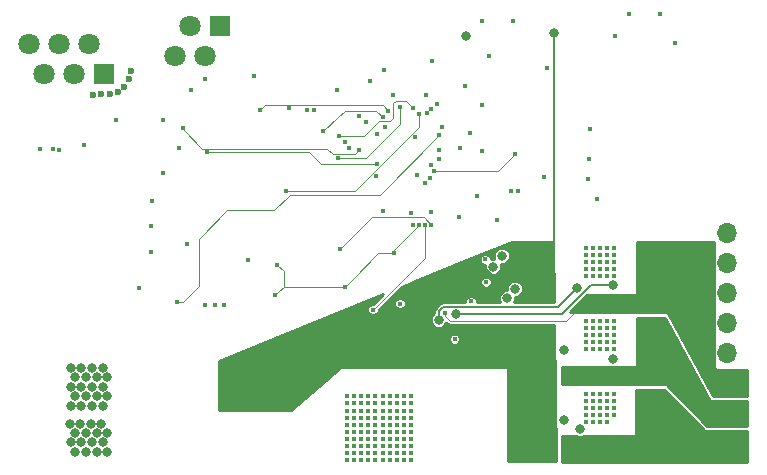
<source format=gbr>
G04 #@! TF.GenerationSoftware,KiCad,Pcbnew,5.0.2-bee76a0~70~ubuntu18.04.1*
G04 #@! TF.CreationDate,2019-12-16T16:01:37+01:00*
G04 #@! TF.ProjectId,board,626f6172-642e-46b6-9963-61645f706362,rev?*
G04 #@! TF.SameCoordinates,Original*
G04 #@! TF.FileFunction,Copper,L2,Inr*
G04 #@! TF.FilePolarity,Positive*
%FSLAX46Y46*%
G04 Gerber Fmt 4.6, Leading zero omitted, Abs format (unit mm)*
G04 Created by KiCad (PCBNEW 5.0.2-bee76a0~70~ubuntu18.04.1) date Mo 16 Dez 2019 16:01:37 CET*
%MOMM*%
%LPD*%
G01*
G04 APERTURE LIST*
G04 #@! TA.AperFunction,ViaPad*
%ADD10O,1.700000X1.700000*%
G04 #@! TD*
G04 #@! TA.AperFunction,ViaPad*
%ADD11R,1.700000X1.700000*%
G04 #@! TD*
G04 #@! TA.AperFunction,ViaPad*
%ADD12C,1.800000*%
G04 #@! TD*
G04 #@! TA.AperFunction,ViaPad*
%ADD13R,1.800000X1.800000*%
G04 #@! TD*
G04 #@! TA.AperFunction,ViaPad*
%ADD14C,0.400000*%
G04 #@! TD*
G04 #@! TA.AperFunction,ViaPad*
%ADD15C,0.800000*%
G04 #@! TD*
G04 #@! TA.AperFunction,ViaPad*
%ADD16C,0.600000*%
G04 #@! TD*
G04 #@! TA.AperFunction,Conductor*
%ADD17C,0.177800*%
G04 #@! TD*
G04 #@! TA.AperFunction,Conductor*
%ADD18C,0.101600*%
G04 #@! TD*
G04 #@! TA.AperFunction,Conductor*
%ADD19C,0.152400*%
G04 #@! TD*
G04 #@! TA.AperFunction,Conductor*
%ADD20C,0.254000*%
G04 #@! TD*
G04 APERTURE END LIST*
D10*
G04 #@! TO.N,/HALL3*
G04 #@! TO.C,J2*
X156000000Y-119329200D03*
G04 #@! TO.N,/HALL2*
X156000000Y-121869200D03*
G04 #@! TO.N,/HALL1*
X156000000Y-124409200D03*
G04 #@! TO.N,GND*
X156000000Y-126949200D03*
G04 #@! TO.N,+3V3*
X156000000Y-129489200D03*
G04 #@! TO.N,/PH1*
X156000000Y-132029200D03*
G04 #@! TO.N,/PH2*
X156000000Y-134569200D03*
D11*
G04 #@! TO.N,/PH3*
X156000000Y-137109200D03*
G04 #@! TD*
D12*
G04 #@! TO.N,N/C*
G04 #@! TO.C,J5*
X96860000Y-103390000D03*
G04 #@! TO.N,SHIELD*
X98130000Y-105930000D03*
D13*
G04 #@! TO.N,/l_TX*
X103210000Y-105930000D03*
D12*
G04 #@! TO.N,/h_TX*
X101940000Y-103390000D03*
G04 #@! TO.N,/l_RX*
X100670000Y-105930000D03*
G04 #@! TO.N,/h_RX*
X99400000Y-103390000D03*
G04 #@! TD*
D13*
G04 #@! TO.N,/SDA*
G04 #@! TO.C,J9*
X113005000Y-101860000D03*
D12*
G04 #@! TO.N,/SCL*
X111735000Y-104400000D03*
G04 #@! TO.N,+3V3*
X110465000Y-101860000D03*
G04 #@! TO.N,GND*
X109195000Y-104400000D03*
G04 #@! TD*
D14*
G04 #@! TO.N,GND*
X126800000Y-136800000D03*
X128000000Y-136800000D03*
X124400000Y-137400000D03*
X128000000Y-136200000D03*
X126200000Y-136200000D03*
X125000000Y-136200000D03*
X124400000Y-136800000D03*
X128000000Y-137400000D03*
X128600000Y-137400000D03*
X126200000Y-136800000D03*
X125010000Y-135610000D03*
X128600000Y-136800000D03*
X124400000Y-136200000D03*
X127400000Y-136800000D03*
X125600000Y-135600000D03*
X126800000Y-137400000D03*
X125000000Y-136800000D03*
X129200000Y-135600000D03*
X126800000Y-135600000D03*
X126200000Y-137400000D03*
X123800000Y-137400000D03*
X128000000Y-135600000D03*
X128600000Y-135600000D03*
X123800000Y-135600000D03*
X128600000Y-136200000D03*
X126200000Y-135600000D03*
X127410000Y-135610000D03*
X127400000Y-136200000D03*
X129200000Y-136800000D03*
X123800000Y-136800000D03*
X125600000Y-137400000D03*
X125600000Y-136200000D03*
X123800000Y-136200000D03*
X125000000Y-137400000D03*
X127400000Y-137400000D03*
X125600000Y-136800000D03*
X124400000Y-135600000D03*
X126800000Y-136200000D03*
X129200000Y-137400000D03*
X129200000Y-136200000D03*
X129200000Y-138600000D03*
X128600000Y-138000000D03*
X123800000Y-138600000D03*
X124400000Y-138000000D03*
X126800000Y-138000000D03*
X125600000Y-138000000D03*
X128000000Y-138600000D03*
X123800000Y-138000000D03*
X126200000Y-138600000D03*
X126800000Y-138600000D03*
X128600000Y-138600000D03*
X125600000Y-138600000D03*
X125000000Y-138600000D03*
X126200000Y-138000000D03*
X128000000Y-138000000D03*
X125000000Y-138000000D03*
X127400000Y-138600000D03*
X129200000Y-138000000D03*
X127400000Y-138000000D03*
X124400000Y-138600000D03*
X126800000Y-134400000D03*
X128000000Y-134400000D03*
X124400000Y-135000000D03*
X128000000Y-133800000D03*
X126200000Y-133800000D03*
X125000000Y-133800000D03*
X124400000Y-134400000D03*
X128000000Y-135000000D03*
X128600000Y-135000000D03*
X126200000Y-134400000D03*
X125010000Y-133210000D03*
X128600000Y-134400000D03*
X124400000Y-133800000D03*
X127400000Y-134400000D03*
X125600000Y-133200000D03*
X126800000Y-135000000D03*
X125000000Y-134400000D03*
X129200000Y-133200000D03*
X126800000Y-133200000D03*
X126200000Y-135000000D03*
X123800000Y-135000000D03*
X128000000Y-133200000D03*
X128600000Y-133200000D03*
X123800000Y-133200000D03*
X128600000Y-133800000D03*
X126200000Y-133200000D03*
X127410000Y-133210000D03*
X127400000Y-133800000D03*
X129200000Y-134400000D03*
X123800000Y-134400000D03*
X125600000Y-135000000D03*
X125600000Y-133800000D03*
X123800000Y-133800000D03*
X125000000Y-135000000D03*
X127400000Y-135000000D03*
X125600000Y-134400000D03*
X124400000Y-133200000D03*
X126800000Y-133800000D03*
X129200000Y-135000000D03*
X129200000Y-133800000D03*
G04 #@! TO.N,+36V*
X129100000Y-127200000D03*
X128500000Y-127800000D03*
X124910000Y-127210000D03*
X126700000Y-127800000D03*
X129100000Y-129000000D03*
X129100000Y-127800000D03*
X128500000Y-127200000D03*
X124900000Y-129000000D03*
X126700000Y-128400000D03*
X126100000Y-127200000D03*
X126100000Y-129000000D03*
X124300000Y-127800000D03*
X126100000Y-128400000D03*
X126700000Y-127200000D03*
X123700000Y-127800000D03*
X126100000Y-127800000D03*
X127900000Y-127200000D03*
X124900000Y-127800000D03*
X127310000Y-127210000D03*
X124300000Y-128400000D03*
X127900000Y-129000000D03*
X127300000Y-127800000D03*
X123700000Y-128400000D03*
X125500000Y-129000000D03*
X125500000Y-127200000D03*
X123700000Y-127200000D03*
X124300000Y-129000000D03*
X127900000Y-127800000D03*
X127300000Y-129000000D03*
X125500000Y-128400000D03*
X128500000Y-128400000D03*
X128500000Y-129000000D03*
X123700000Y-129000000D03*
X124900000Y-128400000D03*
X129100000Y-128400000D03*
X127300000Y-128400000D03*
X127900000Y-128400000D03*
X125500000Y-127800000D03*
X126700000Y-129000000D03*
X124300000Y-127200000D03*
G04 #@! TO.N,/PH2*
X149600000Y-132000000D03*
X150200000Y-130800000D03*
X149600000Y-130800000D03*
X150200000Y-132000000D03*
X149600000Y-131400000D03*
X150200000Y-131400000D03*
X152600000Y-132000000D03*
X152600000Y-131400000D03*
X152000000Y-132000000D03*
X152000000Y-131400000D03*
X152600000Y-130800000D03*
X152000000Y-130800000D03*
X150800000Y-132000000D03*
X151400000Y-130800000D03*
X150800000Y-130800000D03*
X151400000Y-132000000D03*
X150800000Y-131400000D03*
X151400000Y-131400000D03*
X152000000Y-130200000D03*
X152000000Y-129600000D03*
X151400000Y-129000000D03*
X151400000Y-129600000D03*
X151400000Y-130200000D03*
X152600000Y-133200000D03*
X153200000Y-133200000D03*
X152600000Y-132600000D03*
X153200000Y-132600000D03*
X153200000Y-132000000D03*
X152000000Y-132600000D03*
X153800000Y-134400000D03*
X153200000Y-134400000D03*
X153800000Y-133800000D03*
X153200000Y-133800000D03*
X153800000Y-133200000D03*
G04 #@! TO.N,/PH3*
X149100000Y-137900000D03*
X150300000Y-137900000D03*
X149100000Y-138500000D03*
X148500000Y-137300000D03*
X149700000Y-138500000D03*
X149700000Y-137300000D03*
X150900000Y-137300000D03*
X151500000Y-138500000D03*
X149100000Y-136700000D03*
X149710000Y-136710000D03*
X151500000Y-137300000D03*
X148500000Y-138500000D03*
X149700000Y-137900000D03*
X148500000Y-137900000D03*
X150300000Y-138500000D03*
X151500000Y-137900000D03*
X150900000Y-136700000D03*
X150900000Y-137900000D03*
X151500000Y-136700000D03*
X150900000Y-138500000D03*
X149100000Y-137300000D03*
X150300000Y-136700000D03*
X148500000Y-136700000D03*
X150300000Y-137300000D03*
X152110000Y-136710000D03*
X153900000Y-137300000D03*
X152100000Y-138500000D03*
X153900000Y-137900000D03*
X153300000Y-136700000D03*
X153300000Y-138500000D03*
X153300000Y-137900000D03*
X153900000Y-136700000D03*
X153300000Y-137300000D03*
X152100000Y-137300000D03*
X152700000Y-138500000D03*
X152700000Y-136700000D03*
X152700000Y-137900000D03*
X152100000Y-137900000D03*
X152700000Y-137300000D03*
X153900000Y-138500000D03*
X153300000Y-136100000D03*
X151500000Y-136100000D03*
X151500000Y-135500000D03*
X152700000Y-135500000D03*
X152110000Y-135510000D03*
X152100000Y-136100000D03*
X152700000Y-136100000D03*
X151500000Y-134900000D03*
X152110000Y-134910000D03*
X151500000Y-134300000D03*
G04 #@! TO.N,/PH1*
X149100000Y-124700000D03*
X149700000Y-125900000D03*
X149700000Y-124700000D03*
X149100000Y-125900000D03*
X149100000Y-125300000D03*
X149700000Y-125300000D03*
X150300000Y-125300000D03*
X150300000Y-125900000D03*
X150300000Y-124700000D03*
X151000000Y-124700000D03*
X151600000Y-125900000D03*
X151600000Y-124700000D03*
X151000000Y-125900000D03*
X151000000Y-125300000D03*
X151600000Y-125300000D03*
X152200000Y-125300000D03*
X152200000Y-125900000D03*
X152200000Y-124700000D03*
X151600000Y-122900000D03*
X152200000Y-124100000D03*
X152200000Y-122900000D03*
X151600000Y-124100000D03*
X151600000Y-123500000D03*
X152200000Y-123500000D03*
X152800000Y-123500000D03*
X152800000Y-124100000D03*
X152800000Y-122900000D03*
X152200000Y-126500000D03*
X152800000Y-127700000D03*
X152800000Y-126500000D03*
X152200000Y-127700000D03*
X152200000Y-127100000D03*
X152800000Y-127100000D03*
X153400000Y-127100000D03*
X153400000Y-127700000D03*
X153400000Y-126500000D03*
X152800000Y-124700000D03*
X153400000Y-125900000D03*
X153400000Y-124700000D03*
X152800000Y-125900000D03*
X152800000Y-125300000D03*
X153400000Y-125300000D03*
X154000000Y-125300000D03*
X154000000Y-125900000D03*
X154000000Y-124700000D03*
X151600000Y-121100000D03*
X152200000Y-121700000D03*
X152200000Y-122300000D03*
X152200000Y-121100000D03*
X151600000Y-122300000D03*
X152800000Y-122300000D03*
X152800000Y-121100000D03*
X151600000Y-121700000D03*
X152800000Y-121700000D03*
X153400000Y-122900000D03*
X154000000Y-124100000D03*
X153400000Y-124100000D03*
X153400000Y-123500000D03*
X153400000Y-121100000D03*
X153400000Y-122300000D03*
X153400000Y-121700000D03*
X154000000Y-126500000D03*
X154000000Y-127700000D03*
X154000000Y-127100000D03*
X151600000Y-126500000D03*
X152800000Y-128300000D03*
X153400000Y-128300000D03*
X154000000Y-128300000D03*
X152800000Y-128900000D03*
X153400000Y-128900000D03*
X154000000Y-128900000D03*
X154000000Y-129500000D03*
X153400000Y-129500000D03*
X154000000Y-130100000D03*
X153400000Y-130100000D03*
X154000000Y-130700000D03*
X154000000Y-131300000D03*
G04 #@! TO.N,/PH2*
X143600000Y-132000000D03*
X143600000Y-131400000D03*
X148400000Y-130800000D03*
X148400000Y-132000000D03*
X149000000Y-130800000D03*
X143600000Y-130800000D03*
X149000000Y-132000000D03*
X148400000Y-131400000D03*
X149000000Y-131400000D03*
G04 #@! TO.N,/PH1*
X144310000Y-124710000D03*
X144900000Y-125900000D03*
X144900000Y-125300000D03*
X145500000Y-124700000D03*
X144300000Y-125900000D03*
X144300000Y-125300000D03*
X145500000Y-125900000D03*
X146100000Y-124700000D03*
X144900000Y-124700000D03*
X146100000Y-125900000D03*
X145500000Y-125300000D03*
X146100000Y-125300000D03*
X146710000Y-124710000D03*
X147300000Y-125900000D03*
X147300000Y-125300000D03*
X147900000Y-124700000D03*
X146700000Y-125900000D03*
X146700000Y-125300000D03*
X147900000Y-125900000D03*
X148500000Y-124700000D03*
X147300000Y-124700000D03*
X148500000Y-125900000D03*
X147900000Y-125300000D03*
X148500000Y-125300000D03*
G04 #@! TO.N,/PH3*
X143610000Y-136710000D03*
X144200000Y-137900000D03*
X144200000Y-137300000D03*
X144800000Y-136700000D03*
X143600000Y-137900000D03*
X143600000Y-137300000D03*
X144800000Y-137900000D03*
X145400000Y-136700000D03*
X144200000Y-136700000D03*
X145400000Y-137900000D03*
X144800000Y-137300000D03*
X145400000Y-137300000D03*
X143600000Y-138500000D03*
X145400000Y-138500000D03*
X144800000Y-138500000D03*
X144200000Y-138500000D03*
X146000000Y-137900000D03*
X147800000Y-137900000D03*
X147800000Y-138500000D03*
X147200000Y-137300000D03*
X147800000Y-136700000D03*
X146600000Y-136700000D03*
X146010000Y-136710000D03*
X147200000Y-138500000D03*
X146000000Y-137300000D03*
X147200000Y-137900000D03*
X146000000Y-138500000D03*
X146600000Y-138500000D03*
X146600000Y-137300000D03*
X147800000Y-137300000D03*
X147200000Y-136700000D03*
X146600000Y-137900000D03*
G04 #@! TO.N,GND*
X146400000Y-127400000D03*
X144600000Y-127400000D03*
X144600000Y-128600000D03*
X144600000Y-128000000D03*
X146400000Y-129200000D03*
X145800000Y-129200000D03*
X145200000Y-126800000D03*
X145800000Y-126800000D03*
X145800000Y-128000000D03*
X145200000Y-129200000D03*
X145200000Y-127400000D03*
X144600000Y-126800000D03*
X145800000Y-127400000D03*
X145800000Y-128600000D03*
X145200000Y-128600000D03*
X145200000Y-128000000D03*
X146400000Y-126800000D03*
X146400000Y-128000000D03*
X144600000Y-129200000D03*
X146400000Y-128600000D03*
X146400000Y-133600000D03*
X144600000Y-133600000D03*
X144600000Y-134800000D03*
X144600000Y-134200000D03*
X145800000Y-135400000D03*
X145200000Y-133000000D03*
X145800000Y-133000000D03*
X145800000Y-134200000D03*
X145200000Y-135400000D03*
X145200000Y-133600000D03*
X144600000Y-133000000D03*
X145800000Y-133600000D03*
X145800000Y-134800000D03*
X145200000Y-134800000D03*
X145200000Y-134200000D03*
X146400000Y-133000000D03*
X146400000Y-134200000D03*
X144600000Y-135400000D03*
X146400000Y-134800000D03*
G04 #@! TO.N,/PH2*
X143100000Y-131400000D03*
X143100000Y-132000000D03*
G04 #@! TO.N,GND*
X144000000Y-128000000D03*
X144000000Y-129200000D03*
X144000000Y-126800000D03*
X144000000Y-128600000D03*
X144000000Y-127400000D03*
X144000000Y-121200000D03*
X144000000Y-122400000D03*
X144000000Y-121800000D03*
X144000000Y-120600000D03*
X144000000Y-123000000D03*
X144000000Y-134800000D03*
X144000000Y-133600000D03*
X144000000Y-135400000D03*
X144000000Y-133000000D03*
X144000000Y-134200000D03*
X146400000Y-121200000D03*
X146400000Y-121800000D03*
X146400000Y-122400000D03*
X146400000Y-123000000D03*
X145800000Y-123000000D03*
X145800000Y-122400000D03*
X145800000Y-121800000D03*
X145800000Y-121200000D03*
X145800000Y-120600000D03*
X145200000Y-120600000D03*
X145200000Y-121200000D03*
X145200000Y-121800000D03*
X145200000Y-122400000D03*
X145200000Y-123000000D03*
X144600000Y-123000000D03*
X144600000Y-120600000D03*
X144600000Y-121800000D03*
X144600000Y-121200000D03*
X144600000Y-122400000D03*
D15*
G04 #@! TO.N,+36V*
X141300000Y-102400000D03*
X141000000Y-120600000D03*
D14*
G04 #@! TO.N,Net-(C5-Pad2)*
X129890000Y-118690000D03*
X127748000Y-121100000D03*
G04 #@! TO.N,+3V3*
X133750000Y-106885000D03*
X134800000Y-116195000D03*
X127700000Y-107700000D03*
X130500000Y-107700000D03*
X111740000Y-106360000D03*
X115880000Y-106040000D03*
X125700000Y-106510000D03*
X136500000Y-118300000D03*
X129200000Y-117700000D03*
X133300000Y-118000000D03*
X104200000Y-109800000D03*
X108200000Y-109800000D03*
X147700000Y-100800000D03*
X126250000Y-114570000D03*
G04 #@! TO.N,Net-(DRV8323H1-Pad27)*
X130380000Y-118690000D03*
G04 #@! TO.N,Net-(C5-Pad2)*
X117700000Y-124650000D03*
G04 #@! TO.N,GND*
X129390000Y-118670000D03*
D15*
G04 #@! TO.N,/mosfet_bridges/GHA*
X131550000Y-126710000D03*
X143300000Y-124000000D03*
G04 #@! TO.N,/mosfet_bridges/GLA*
X133060000Y-126250000D03*
X146300000Y-123800000D03*
G04 #@! TO.N,/mosfet_bridges/GLB*
X137300000Y-124900000D03*
X146300000Y-130000000D03*
G04 #@! TO.N,/mosfet_bridges/GHB*
X142200000Y-129300000D03*
X138000000Y-124100000D03*
G04 #@! TO.N,/mosfet_bridges/GHC*
X136180000Y-122220000D03*
X142130025Y-135169975D03*
G04 #@! TO.N,/mosfet_bridges/GLC*
X136900000Y-121300000D03*
X143494805Y-135966469D03*
G04 #@! TO.N,GND*
X100300000Y-135500000D03*
X101200000Y-135500000D03*
X102100000Y-135500000D03*
X103000000Y-135500000D03*
X100800000Y-136300000D03*
X101700000Y-136300000D03*
X102600000Y-136300000D03*
X103500000Y-136300000D03*
X100400000Y-137100000D03*
X101300000Y-137100000D03*
X102200000Y-137100000D03*
X103100000Y-137100000D03*
X100800000Y-137900000D03*
X101700000Y-137900000D03*
X102600000Y-137900000D03*
X103500000Y-137900000D03*
D14*
X146400000Y-120600000D03*
X129530000Y-111270000D03*
D15*
X133860000Y-102690000D03*
D14*
X126300000Y-111000000D03*
X135200000Y-108500000D03*
X134200000Y-110900000D03*
X135200000Y-112400000D03*
X124800000Y-109500000D03*
X140700000Y-105400000D03*
X134300000Y-125167399D03*
X132900000Y-128360000D03*
X128290000Y-125350000D03*
X145000000Y-116500000D03*
X126800000Y-117500000D03*
G04 #@! TO.N,/HALL2*
X131610000Y-112370000D03*
G04 #@! TO.N,/HALL1*
X131610000Y-113110000D03*
G04 #@! TO.N,/HALL3*
X133330000Y-112160000D03*
G04 #@! TO.N,+5V*
X107200000Y-118800000D03*
X107200000Y-120975000D03*
X144300000Y-113100000D03*
X144400000Y-110600000D03*
X144200000Y-114800000D03*
X140500000Y-114600000D03*
X135800000Y-104400000D03*
X151600000Y-103300000D03*
X122960000Y-107250000D03*
X106180000Y-124020000D03*
X107300000Y-116680000D03*
X146500000Y-102700000D03*
G04 #@! TO.N,/PH1*
X132070000Y-126100000D03*
X143110000Y-126060000D03*
G04 #@! TO.N,/PH2*
X135548036Y-123532076D03*
X143110000Y-130810000D03*
G04 #@! TO.N,/PH3*
X135500000Y-121608700D03*
X143040000Y-138210000D03*
D16*
G04 #@! TO.N,SHIELD*
X102950000Y-107640000D03*
X102270000Y-107670000D03*
X103690000Y-107560000D03*
X104390000Y-107420000D03*
X104940000Y-106980000D03*
X105300000Y-106350000D03*
X105500000Y-105660000D03*
D14*
G04 #@! TO.N,/NEOPXL*
X131560000Y-111110000D03*
X109370000Y-125170000D03*
G04 #@! TO.N,/Encoder1_A*
X115450000Y-121670000D03*
X138270000Y-115830000D03*
G04 #@! TO.N,/Encoder1_B*
X110250000Y-120330000D03*
X137660000Y-115820000D03*
G04 #@! TO.N,Net-(DRV8323H1-Pad26)*
X130910000Y-118670000D03*
G04 #@! TO.N,Net-(C5-Pad2)*
X123600000Y-123900000D03*
X117900000Y-122050000D03*
G04 #@! TO.N,Net-(DRV8323H1-Pad27)*
X126000000Y-125850000D03*
G04 #@! TO.N,GND*
X137812500Y-101400000D03*
X135200000Y-101400000D03*
G04 #@! TO.N,Net-(DRV8323H1-Pad26)*
X123200000Y-120750000D03*
G04 #@! TO.N,/term_te*
X101500000Y-111900000D03*
X108200000Y-114300000D03*
G04 #@! TO.N,/SDA*
X111950000Y-112540000D03*
X126300000Y-113500000D03*
G04 #@! TO.N,/SCL*
X124840000Y-112340000D03*
X109870000Y-110500000D03*
D15*
G04 #@! TO.N,Net-(D1-Pad2)*
X100800000Y-133200000D03*
X101700000Y-133200000D03*
X102600000Y-133200000D03*
X103500000Y-133200000D03*
X100400000Y-130800000D03*
X101300000Y-130800000D03*
X102200000Y-130800000D03*
X103100000Y-130800000D03*
X100800000Y-131600000D03*
X101700000Y-131600000D03*
X102600000Y-131600000D03*
X103500000Y-131600000D03*
X100400000Y-132400000D03*
X101300000Y-132400000D03*
X102200000Y-132400000D03*
X103100000Y-132400000D03*
X100400000Y-134000000D03*
X101300000Y-134000000D03*
X102200000Y-134000000D03*
X103100000Y-134000000D03*
D14*
G04 #@! TO.N,/DE*
X131450000Y-108470000D03*
X98860000Y-112270000D03*
G04 #@! TO.N,/WP*
X110600000Y-107300000D03*
X109600000Y-112200000D03*
G04 #@! TO.N,+1V2*
X126900000Y-105600000D03*
X131000000Y-104800000D03*
X131800000Y-110400000D03*
X125400000Y-110000000D03*
G04 #@! TO.N,USB_PU*
X130830000Y-114730000D03*
X118880000Y-108800000D03*
G04 #@! TO.N,USB_P*
X130410000Y-115150000D03*
X120440000Y-108990000D03*
G04 #@! TO.N,USB_N*
X129730000Y-114480000D03*
X121020000Y-108990000D03*
G04 #@! TO.N,82*
X129850000Y-109260000D03*
X118650000Y-115810000D03*
G04 #@! TO.N,109*
X127300000Y-109000000D03*
X116400000Y-108930000D03*
G04 #@! TO.N,/RX*
X97770000Y-112270000D03*
X130600000Y-109200000D03*
G04 #@! TO.N,/TX*
X130940000Y-108880000D03*
X99420000Y-112330000D03*
G04 #@! TO.N,/CS_MISO*
X113400000Y-125500000D03*
X124000000Y-112200000D03*
G04 #@! TO.N,/CS_CLK*
X126991736Y-110408264D03*
X112600000Y-125500000D03*
G04 #@! TO.N,/CS*
X123610000Y-111660000D03*
X111800000Y-125500000D03*
G04 #@! TO.N,/iCE40LP/SCK*
X126820000Y-109550000D03*
X121790000Y-110760000D03*
G04 #@! TO.N,/iCE40LP/SDO*
X123140000Y-111140000D03*
X129360000Y-108810000D03*
G04 #@! TO.N,/iCE40LP/SDI*
X128244780Y-108740000D03*
X123000000Y-113001600D03*
G04 #@! TO.N,/iCE40LP/LED*
X131120000Y-114090000D03*
X150300000Y-100800000D03*
X138000000Y-112700000D03*
G04 #@! TO.N,/nFault*
X130910000Y-113650000D03*
X130900000Y-117600000D03*
G04 #@! TD*
D17*
G04 #@! TO.N,+36V*
X141300000Y-102400000D02*
X141300000Y-120300000D01*
X141300000Y-120300000D02*
X141000000Y-120600000D01*
D18*
G04 #@! TO.N,Net-(C5-Pad2)*
X127748000Y-120832000D02*
X127748000Y-121100000D01*
X129890000Y-118690000D02*
X127748000Y-120832000D01*
D17*
G04 #@! TO.N,/mosfet_bridges/GHA*
X141691301Y-125608699D02*
X143300000Y-124000000D01*
X131908175Y-125608699D02*
X141691301Y-125608699D01*
X131550000Y-126710000D02*
X131550000Y-125966874D01*
X131550000Y-125966874D02*
X131908175Y-125608699D01*
G04 #@! TO.N,/mosfet_bridges/GLA*
X133060000Y-126250000D02*
X142000000Y-126250000D01*
X144450000Y-123800000D02*
X146300000Y-123800000D01*
X142000000Y-126250000D02*
X144450000Y-123800000D01*
G04 #@! TO.N,/mosfet_bridges/GHB*
X142200000Y-129190000D02*
X142200000Y-129300000D01*
D18*
G04 #@! TO.N,/PH1*
X132070000Y-126100000D02*
X132070000Y-126382842D01*
X132070000Y-126382842D02*
X132540359Y-126853201D01*
X142316799Y-126853201D02*
X143110000Y-126060000D01*
X141976799Y-126853201D02*
X142316799Y-126853201D01*
X132540359Y-126853201D02*
X141976799Y-126853201D01*
G04 #@! TO.N,/NEOPXL*
X131560000Y-111110000D02*
X126560000Y-116110000D01*
X126560000Y-116110000D02*
X118950000Y-116110000D01*
X109890000Y-125170000D02*
X109370000Y-125170000D01*
X118950000Y-116110000D02*
X117620000Y-117440000D01*
X117620000Y-117440000D02*
X113630000Y-117440000D01*
X111230000Y-119840000D02*
X111230000Y-123840000D01*
X113630000Y-117440000D02*
X111230000Y-119840000D01*
X111230000Y-123840000D02*
X109890000Y-125170000D01*
G04 #@! TO.N,Net-(C5-Pad2)*
X118450000Y-123900000D02*
X118050000Y-124300000D01*
X123600000Y-123900000D02*
X118450000Y-123900000D01*
X118050000Y-124300000D02*
X117700000Y-124650000D01*
X124192000Y-123308000D02*
X123600000Y-123900000D01*
X126400000Y-121100000D02*
X124192000Y-123308000D01*
X127748000Y-121100000D02*
X126400000Y-121100000D01*
X118450000Y-123900000D02*
X118450000Y-122600000D01*
X118450000Y-122600000D02*
X117900000Y-122050000D01*
G04 #@! TO.N,Net-(DRV8323H1-Pad27)*
X130380000Y-118690000D02*
X130380000Y-121470000D01*
X130380000Y-121470000D02*
X126000000Y-125850000D01*
G04 #@! TO.N,Net-(DRV8323H1-Pad26)*
X130910000Y-118670000D02*
X130455990Y-118215990D01*
X130292000Y-118052000D02*
X130034000Y-118052000D01*
X130910000Y-118670000D02*
X130292000Y-118052000D01*
X125898000Y-118052000D02*
X123200000Y-120750000D01*
X127800000Y-118052000D02*
X125898000Y-118052000D01*
X127800000Y-118052000D02*
X130034000Y-118052000D01*
G04 #@! TO.N,/SDA*
X121560000Y-113500000D02*
X120600000Y-112540000D01*
X120600000Y-112540000D02*
X111950000Y-112540000D01*
X125900000Y-113500000D02*
X126300000Y-113500000D01*
X125900000Y-113500000D02*
X121560000Y-113500000D01*
G04 #@! TO.N,/SCL*
X109870000Y-110556798D02*
X109870000Y-110500000D01*
X111531601Y-112218399D02*
X109870000Y-110556798D01*
X122118399Y-112218399D02*
X111531601Y-112218399D01*
X122600000Y-112700000D02*
X122118399Y-112218399D01*
X124480000Y-112700000D02*
X122600000Y-112700000D01*
X124840000Y-112340000D02*
X124480000Y-112700000D01*
D19*
G04 #@! TO.N,USB_P*
X130334315Y-115150000D02*
X130410000Y-115150000D01*
D18*
G04 #@! TO.N,82*
X124436370Y-115810000D02*
X118650000Y-115810000D01*
X129850000Y-109260000D02*
X129850000Y-110396370D01*
X129850000Y-110396370D02*
X124436370Y-115810000D01*
G04 #@! TO.N,109*
X126798399Y-108498399D02*
X127300000Y-109000000D01*
X126398399Y-108498399D02*
X126798399Y-108498399D01*
X126398399Y-108498399D02*
X118108399Y-108498399D01*
X126588399Y-108498399D02*
X126398399Y-108498399D01*
X116831601Y-108498399D02*
X116400000Y-108930000D01*
X118108399Y-108498399D02*
X116831601Y-108498399D01*
G04 #@! TO.N,/iCE40LP/SCK*
X123000000Y-109550000D02*
X121790000Y-110760000D01*
X123000000Y-109550000D02*
X123050000Y-109550000D01*
X123050000Y-109550000D02*
X123600000Y-109000000D01*
X126270000Y-109000000D02*
X126820000Y-109550000D01*
X123600000Y-109000000D02*
X126270000Y-109000000D01*
G04 #@! TO.N,/iCE40LP/SDO*
X128800000Y-108200000D02*
X129190001Y-108590001D01*
X127900000Y-108200000D02*
X128800000Y-108200000D01*
X123140000Y-111140000D02*
X125260000Y-111140000D01*
X125260000Y-111140000D02*
X126500000Y-109900000D01*
X126500000Y-109900000D02*
X127400000Y-109900000D01*
X127400000Y-109900000D02*
X127700000Y-109600000D01*
X127700000Y-109600000D02*
X127700000Y-108400000D01*
X127700000Y-108400000D02*
X127900000Y-108200000D01*
X129360000Y-108760000D02*
X129190001Y-108590001D01*
X129360000Y-108810000D02*
X129360000Y-108760000D01*
G04 #@! TO.N,/iCE40LP/SDI*
X128240000Y-110160000D02*
X125360000Y-113040000D01*
X128240000Y-109027622D02*
X128240000Y-110160000D01*
X128244780Y-108740000D02*
X128244780Y-109022842D01*
X128244780Y-109022842D02*
X128240000Y-109027622D01*
X123038400Y-113040000D02*
X123000000Y-113001600D01*
X123060000Y-113040000D02*
X123038400Y-113040000D01*
X125360000Y-113040000D02*
X123060000Y-113040000D01*
G04 #@! TO.N,/iCE40LP/LED*
X131120000Y-114090000D02*
X136610000Y-114090000D01*
X137700000Y-113000000D02*
X138000000Y-112700000D01*
X136610000Y-114090000D02*
X137700000Y-113000000D01*
G04 #@! TD*
D20*
G04 #@! TO.N,+36V*
G36*
X141328742Y-125240399D02*
X137894379Y-125240399D01*
X137979400Y-125035141D01*
X137979400Y-124779400D01*
X138135141Y-124779400D01*
X138384849Y-124675967D01*
X138575967Y-124484849D01*
X138679400Y-124235141D01*
X138679400Y-123964859D01*
X138575967Y-123715151D01*
X138384849Y-123524033D01*
X138135141Y-123420600D01*
X137864859Y-123420600D01*
X137615151Y-123524033D01*
X137424033Y-123715151D01*
X137320600Y-123964859D01*
X137320600Y-124220600D01*
X137164859Y-124220600D01*
X136915151Y-124324033D01*
X136724033Y-124515151D01*
X136620600Y-124764859D01*
X136620600Y-125035141D01*
X136705621Y-125240399D01*
X134779400Y-125240399D01*
X134779400Y-125072040D01*
X134706416Y-124895841D01*
X134571558Y-124760983D01*
X134395359Y-124687999D01*
X134204641Y-124687999D01*
X134028442Y-124760983D01*
X133893584Y-124895841D01*
X133820600Y-125072040D01*
X133820600Y-125240399D01*
X131944443Y-125240399D01*
X131908175Y-125233185D01*
X131871907Y-125240399D01*
X131871902Y-125240399D01*
X131764472Y-125261768D01*
X131729929Y-125284849D01*
X131673396Y-125322623D01*
X131673395Y-125322624D01*
X131642646Y-125343170D01*
X131622100Y-125373919D01*
X131315220Y-125680799D01*
X131284472Y-125701345D01*
X131263926Y-125732094D01*
X131263924Y-125732096D01*
X131203070Y-125823171D01*
X131174486Y-125966874D01*
X131181701Y-126003146D01*
X131181701Y-126127178D01*
X131165151Y-126134033D01*
X130974033Y-126325151D01*
X130870600Y-126574859D01*
X130870600Y-126845141D01*
X130974033Y-127094849D01*
X131165151Y-127285967D01*
X131414859Y-127389400D01*
X131685141Y-127389400D01*
X131934849Y-127285967D01*
X132125967Y-127094849D01*
X132181343Y-126961159D01*
X132283876Y-127063692D01*
X132302298Y-127091262D01*
X132329867Y-127109683D01*
X132329868Y-127109684D01*
X132411521Y-127164243D01*
X132540358Y-127189870D01*
X132572880Y-127183401D01*
X141349412Y-127183401D01*
X141471642Y-138673000D01*
X137427000Y-138673000D01*
X137427000Y-130800000D01*
X137417333Y-130751399D01*
X137389803Y-130710197D01*
X137348601Y-130682667D01*
X137300000Y-130673000D01*
X123400000Y-130673000D01*
X123351399Y-130682667D01*
X123317165Y-130703733D01*
X119052882Y-134373000D01*
X112927000Y-134373000D01*
X112927000Y-130185536D01*
X117662671Y-128264641D01*
X132420600Y-128264641D01*
X132420600Y-128455359D01*
X132493584Y-128631558D01*
X132628442Y-128766416D01*
X132804641Y-128839400D01*
X132995359Y-128839400D01*
X133171558Y-128766416D01*
X133306416Y-128631558D01*
X133379400Y-128455359D01*
X133379400Y-128264641D01*
X133306416Y-128088442D01*
X133171558Y-127953584D01*
X132995359Y-127880600D01*
X132804641Y-127880600D01*
X132628442Y-127953584D01*
X132493584Y-128088442D01*
X132420600Y-128264641D01*
X117662671Y-128264641D01*
X126841543Y-124541484D01*
X126012427Y-125370600D01*
X125904641Y-125370600D01*
X125728442Y-125443584D01*
X125593584Y-125578442D01*
X125520600Y-125754641D01*
X125520600Y-125945359D01*
X125593584Y-126121558D01*
X125728442Y-126256416D01*
X125904641Y-126329400D01*
X126095359Y-126329400D01*
X126271558Y-126256416D01*
X126406416Y-126121558D01*
X126479400Y-125945359D01*
X126479400Y-125837573D01*
X127062332Y-125254641D01*
X127810600Y-125254641D01*
X127810600Y-125445359D01*
X127883584Y-125621558D01*
X128018442Y-125756416D01*
X128194641Y-125829400D01*
X128385359Y-125829400D01*
X128561558Y-125756416D01*
X128696416Y-125621558D01*
X128769400Y-125445359D01*
X128769400Y-125254641D01*
X128696416Y-125078442D01*
X128561558Y-124943584D01*
X128385359Y-124870600D01*
X128194641Y-124870600D01*
X128018442Y-124943584D01*
X127883584Y-125078442D01*
X127810600Y-125254641D01*
X127062332Y-125254641D01*
X128412844Y-123904129D01*
X129565176Y-123436717D01*
X135068636Y-123436717D01*
X135068636Y-123627435D01*
X135141620Y-123803634D01*
X135276478Y-123938492D01*
X135452677Y-124011476D01*
X135643395Y-124011476D01*
X135819594Y-123938492D01*
X135954452Y-123803634D01*
X136027436Y-123627435D01*
X136027436Y-123436717D01*
X135954452Y-123260518D01*
X135819594Y-123125660D01*
X135643395Y-123052676D01*
X135452677Y-123052676D01*
X135276478Y-123125660D01*
X135141620Y-123260518D01*
X135068636Y-123436717D01*
X129565176Y-123436717D01*
X134306964Y-121513341D01*
X135020600Y-121513341D01*
X135020600Y-121704059D01*
X135093584Y-121880258D01*
X135228442Y-122015116D01*
X135404641Y-122088100D01*
X135500600Y-122088100D01*
X135500600Y-122355141D01*
X135604033Y-122604849D01*
X135795151Y-122795967D01*
X136044859Y-122899400D01*
X136315141Y-122899400D01*
X136564849Y-122795967D01*
X136755967Y-122604849D01*
X136859400Y-122355141D01*
X136859400Y-122084859D01*
X136815717Y-121979400D01*
X137035141Y-121979400D01*
X137284849Y-121875967D01*
X137475967Y-121684849D01*
X137579400Y-121435141D01*
X137579400Y-121164859D01*
X137475967Y-120915151D01*
X137284849Y-120724033D01*
X137035141Y-120620600D01*
X136764859Y-120620600D01*
X136515151Y-120724033D01*
X136324033Y-120915151D01*
X136220600Y-121164859D01*
X136220600Y-121435141D01*
X136264283Y-121540600D01*
X136044859Y-121540600D01*
X135979400Y-121567714D01*
X135979400Y-121513341D01*
X135906416Y-121337142D01*
X135771558Y-121202284D01*
X135595359Y-121129300D01*
X135404641Y-121129300D01*
X135228442Y-121202284D01*
X135093584Y-121337142D01*
X135020600Y-121513341D01*
X134306964Y-121513341D01*
X137724776Y-120127000D01*
X141274344Y-120127000D01*
X141328742Y-125240399D01*
X141328742Y-125240399D01*
G37*
X141328742Y-125240399D02*
X137894379Y-125240399D01*
X137979400Y-125035141D01*
X137979400Y-124779400D01*
X138135141Y-124779400D01*
X138384849Y-124675967D01*
X138575967Y-124484849D01*
X138679400Y-124235141D01*
X138679400Y-123964859D01*
X138575967Y-123715151D01*
X138384849Y-123524033D01*
X138135141Y-123420600D01*
X137864859Y-123420600D01*
X137615151Y-123524033D01*
X137424033Y-123715151D01*
X137320600Y-123964859D01*
X137320600Y-124220600D01*
X137164859Y-124220600D01*
X136915151Y-124324033D01*
X136724033Y-124515151D01*
X136620600Y-124764859D01*
X136620600Y-125035141D01*
X136705621Y-125240399D01*
X134779400Y-125240399D01*
X134779400Y-125072040D01*
X134706416Y-124895841D01*
X134571558Y-124760983D01*
X134395359Y-124687999D01*
X134204641Y-124687999D01*
X134028442Y-124760983D01*
X133893584Y-124895841D01*
X133820600Y-125072040D01*
X133820600Y-125240399D01*
X131944443Y-125240399D01*
X131908175Y-125233185D01*
X131871907Y-125240399D01*
X131871902Y-125240399D01*
X131764472Y-125261768D01*
X131729929Y-125284849D01*
X131673396Y-125322623D01*
X131673395Y-125322624D01*
X131642646Y-125343170D01*
X131622100Y-125373919D01*
X131315220Y-125680799D01*
X131284472Y-125701345D01*
X131263926Y-125732094D01*
X131263924Y-125732096D01*
X131203070Y-125823171D01*
X131174486Y-125966874D01*
X131181701Y-126003146D01*
X131181701Y-126127178D01*
X131165151Y-126134033D01*
X130974033Y-126325151D01*
X130870600Y-126574859D01*
X130870600Y-126845141D01*
X130974033Y-127094849D01*
X131165151Y-127285967D01*
X131414859Y-127389400D01*
X131685141Y-127389400D01*
X131934849Y-127285967D01*
X132125967Y-127094849D01*
X132181343Y-126961159D01*
X132283876Y-127063692D01*
X132302298Y-127091262D01*
X132329867Y-127109683D01*
X132329868Y-127109684D01*
X132411521Y-127164243D01*
X132540358Y-127189870D01*
X132572880Y-127183401D01*
X141349412Y-127183401D01*
X141471642Y-138673000D01*
X137427000Y-138673000D01*
X137427000Y-130800000D01*
X137417333Y-130751399D01*
X137389803Y-130710197D01*
X137348601Y-130682667D01*
X137300000Y-130673000D01*
X123400000Y-130673000D01*
X123351399Y-130682667D01*
X123317165Y-130703733D01*
X119052882Y-134373000D01*
X112927000Y-134373000D01*
X112927000Y-130185536D01*
X117662671Y-128264641D01*
X132420600Y-128264641D01*
X132420600Y-128455359D01*
X132493584Y-128631558D01*
X132628442Y-128766416D01*
X132804641Y-128839400D01*
X132995359Y-128839400D01*
X133171558Y-128766416D01*
X133306416Y-128631558D01*
X133379400Y-128455359D01*
X133379400Y-128264641D01*
X133306416Y-128088442D01*
X133171558Y-127953584D01*
X132995359Y-127880600D01*
X132804641Y-127880600D01*
X132628442Y-127953584D01*
X132493584Y-128088442D01*
X132420600Y-128264641D01*
X117662671Y-128264641D01*
X126841543Y-124541484D01*
X126012427Y-125370600D01*
X125904641Y-125370600D01*
X125728442Y-125443584D01*
X125593584Y-125578442D01*
X125520600Y-125754641D01*
X125520600Y-125945359D01*
X125593584Y-126121558D01*
X125728442Y-126256416D01*
X125904641Y-126329400D01*
X126095359Y-126329400D01*
X126271558Y-126256416D01*
X126406416Y-126121558D01*
X126479400Y-125945359D01*
X126479400Y-125837573D01*
X127062332Y-125254641D01*
X127810600Y-125254641D01*
X127810600Y-125445359D01*
X127883584Y-125621558D01*
X128018442Y-125756416D01*
X128194641Y-125829400D01*
X128385359Y-125829400D01*
X128561558Y-125756416D01*
X128696416Y-125621558D01*
X128769400Y-125445359D01*
X128769400Y-125254641D01*
X128696416Y-125078442D01*
X128561558Y-124943584D01*
X128385359Y-124870600D01*
X128194641Y-124870600D01*
X128018442Y-124943584D01*
X127883584Y-125078442D01*
X127810600Y-125254641D01*
X127062332Y-125254641D01*
X128412844Y-123904129D01*
X129565176Y-123436717D01*
X135068636Y-123436717D01*
X135068636Y-123627435D01*
X135141620Y-123803634D01*
X135276478Y-123938492D01*
X135452677Y-124011476D01*
X135643395Y-124011476D01*
X135819594Y-123938492D01*
X135954452Y-123803634D01*
X136027436Y-123627435D01*
X136027436Y-123436717D01*
X135954452Y-123260518D01*
X135819594Y-123125660D01*
X135643395Y-123052676D01*
X135452677Y-123052676D01*
X135276478Y-123125660D01*
X135141620Y-123260518D01*
X135068636Y-123436717D01*
X129565176Y-123436717D01*
X134306964Y-121513341D01*
X135020600Y-121513341D01*
X135020600Y-121704059D01*
X135093584Y-121880258D01*
X135228442Y-122015116D01*
X135404641Y-122088100D01*
X135500600Y-122088100D01*
X135500600Y-122355141D01*
X135604033Y-122604849D01*
X135795151Y-122795967D01*
X136044859Y-122899400D01*
X136315141Y-122899400D01*
X136564849Y-122795967D01*
X136755967Y-122604849D01*
X136859400Y-122355141D01*
X136859400Y-122084859D01*
X136815717Y-121979400D01*
X137035141Y-121979400D01*
X137284849Y-121875967D01*
X137475967Y-121684849D01*
X137579400Y-121435141D01*
X137579400Y-121164859D01*
X137475967Y-120915151D01*
X137284849Y-120724033D01*
X137035141Y-120620600D01*
X136764859Y-120620600D01*
X136515151Y-120724033D01*
X136324033Y-120915151D01*
X136220600Y-121164859D01*
X136220600Y-121435141D01*
X136264283Y-121540600D01*
X136044859Y-121540600D01*
X135979400Y-121567714D01*
X135979400Y-121513341D01*
X135906416Y-121337142D01*
X135771558Y-121202284D01*
X135595359Y-121129300D01*
X135404641Y-121129300D01*
X135228442Y-121202284D01*
X135093584Y-121337142D01*
X135020600Y-121513341D01*
X134306964Y-121513341D01*
X137724776Y-120127000D01*
X141274344Y-120127000D01*
X141328742Y-125240399D01*
G04 #@! TO.N,/PH1*
G36*
X154873000Y-130800000D02*
X154875440Y-130824776D01*
X154882667Y-130848601D01*
X154894403Y-130870557D01*
X154910197Y-130889803D01*
X154929443Y-130905597D01*
X154951399Y-130917333D01*
X154975224Y-130924560D01*
X155000000Y-130927000D01*
X157673000Y-130927000D01*
X157673000Y-133173000D01*
X154776073Y-133173000D01*
X151011971Y-126140072D01*
X150998128Y-126119379D01*
X150980514Y-126101784D01*
X150959806Y-126087963D01*
X150936800Y-126078449D01*
X150900000Y-126073000D01*
X142697854Y-126073000D01*
X144143854Y-124627000D01*
X148200000Y-124627000D01*
X148224776Y-124624560D01*
X148248601Y-124617333D01*
X148270557Y-124605597D01*
X148289803Y-124589803D01*
X148305597Y-124570557D01*
X148317333Y-124548601D01*
X148324560Y-124524776D01*
X148327000Y-124500000D01*
X148327000Y-120127000D01*
X154873000Y-120127000D01*
X154873000Y-130800000D01*
X154873000Y-130800000D01*
G37*
X154873000Y-130800000D02*
X154875440Y-130824776D01*
X154882667Y-130848601D01*
X154894403Y-130870557D01*
X154910197Y-130889803D01*
X154929443Y-130905597D01*
X154951399Y-130917333D01*
X154975224Y-130924560D01*
X155000000Y-130927000D01*
X157673000Y-130927000D01*
X157673000Y-133173000D01*
X154776073Y-133173000D01*
X151011971Y-126140072D01*
X150998128Y-126119379D01*
X150980514Y-126101784D01*
X150959806Y-126087963D01*
X150936800Y-126078449D01*
X150900000Y-126073000D01*
X142697854Y-126073000D01*
X144143854Y-124627000D01*
X148200000Y-124627000D01*
X148224776Y-124624560D01*
X148248601Y-124617333D01*
X148270557Y-124605597D01*
X148289803Y-124589803D01*
X148305597Y-124570557D01*
X148317333Y-124548601D01*
X148324560Y-124524776D01*
X148327000Y-124500000D01*
X148327000Y-120127000D01*
X154873000Y-120127000D01*
X154873000Y-130800000D01*
G04 #@! TO.N,/PH2*
G36*
X154488029Y-133559928D02*
X154501872Y-133580621D01*
X154519486Y-133598216D01*
X154540194Y-133612037D01*
X154563200Y-133621551D01*
X154600000Y-133627000D01*
X157673000Y-133627000D01*
X157673000Y-135673000D01*
X154253686Y-135673000D01*
X150891094Y-132211508D01*
X150872080Y-132195437D01*
X150850296Y-132183384D01*
X150826579Y-132175812D01*
X150800000Y-132173000D01*
X142027000Y-132173000D01*
X142027000Y-130678012D01*
X148198992Y-130726996D01*
X148223787Y-130724752D01*
X148247668Y-130717715D01*
X148269717Y-130706153D01*
X148289087Y-130690512D01*
X148305033Y-130671393D01*
X148316943Y-130649530D01*
X148324359Y-130625764D01*
X148327000Y-130600000D01*
X148327000Y-126527000D01*
X150723927Y-126527000D01*
X154488029Y-133559928D01*
X154488029Y-133559928D01*
G37*
X154488029Y-133559928D02*
X154501872Y-133580621D01*
X154519486Y-133598216D01*
X154540194Y-133612037D01*
X154563200Y-133621551D01*
X154600000Y-133627000D01*
X157673000Y-133627000D01*
X157673000Y-135673000D01*
X154253686Y-135673000D01*
X150891094Y-132211508D01*
X150872080Y-132195437D01*
X150850296Y-132183384D01*
X150826579Y-132175812D01*
X150800000Y-132173000D01*
X142027000Y-132173000D01*
X142027000Y-130678012D01*
X148198992Y-130726996D01*
X148223787Y-130724752D01*
X148247668Y-130717715D01*
X148269717Y-130706153D01*
X148289087Y-130690512D01*
X148305033Y-130671393D01*
X148316943Y-130649530D01*
X148324359Y-130625764D01*
X148327000Y-130600000D01*
X148327000Y-126527000D01*
X150723927Y-126527000D01*
X154488029Y-133559928D01*
G04 #@! TO.N,/PH3*
G36*
X154008906Y-136088492D02*
X154027920Y-136104563D01*
X154049704Y-136116616D01*
X154073421Y-136124188D01*
X154100000Y-136127000D01*
X157673000Y-136127000D01*
X157673000Y-138773000D01*
X142027000Y-138773000D01*
X142027000Y-136527000D01*
X143110812Y-136527000D01*
X143172989Y-136568545D01*
X143296631Y-136619760D01*
X143427890Y-136645869D01*
X143561720Y-136645869D01*
X143692979Y-136619760D01*
X143816621Y-136568545D01*
X143878798Y-136527000D01*
X148100000Y-136527000D01*
X148124776Y-136524560D01*
X148148601Y-136517333D01*
X148170557Y-136505597D01*
X148189803Y-136489803D01*
X148205597Y-136470557D01*
X148217333Y-136448601D01*
X148224560Y-136424776D01*
X148227000Y-136400000D01*
X148227000Y-132627000D01*
X150646314Y-132627000D01*
X154008906Y-136088492D01*
X154008906Y-136088492D01*
G37*
X154008906Y-136088492D02*
X154027920Y-136104563D01*
X154049704Y-136116616D01*
X154073421Y-136124188D01*
X154100000Y-136127000D01*
X157673000Y-136127000D01*
X157673000Y-138773000D01*
X142027000Y-138773000D01*
X142027000Y-136527000D01*
X143110812Y-136527000D01*
X143172989Y-136568545D01*
X143296631Y-136619760D01*
X143427890Y-136645869D01*
X143561720Y-136645869D01*
X143692979Y-136619760D01*
X143816621Y-136568545D01*
X143878798Y-136527000D01*
X148100000Y-136527000D01*
X148124776Y-136524560D01*
X148148601Y-136517333D01*
X148170557Y-136505597D01*
X148189803Y-136489803D01*
X148205597Y-136470557D01*
X148217333Y-136448601D01*
X148224560Y-136424776D01*
X148227000Y-136400000D01*
X148227000Y-132627000D01*
X150646314Y-132627000D01*
X154008906Y-136088492D01*
G04 #@! TD*
M02*

</source>
